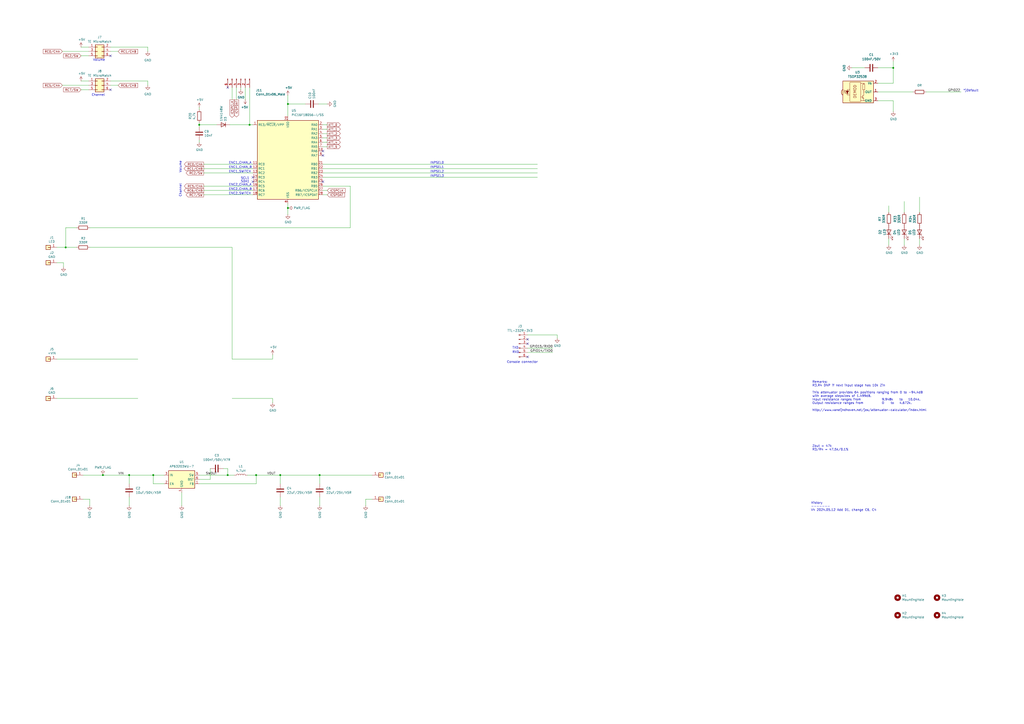
<source format=kicad_sch>
(kicad_sch (version 20231120) (generator "eeschema") (generator_version "8.0")
  (paper "A2")
  (title_block (title "Audio Input Selector with Attenuator V4 10k/47k") (date "2024-12-26") (rev "5") (comment 1 "https://github.com/schenkmi/electronic-projects"))
  (lib_symbols
    (symbol "Connector:Conn_01x06_Male" (pin_names (offset 1.016) hide)
      (property "Reference" "J" (at 0 7.62 0))
      (property "Value" "Conn_01x06_Male" (at 0 -10.16 0))
      (symbol "Conn_01x06_Male_1_1"
        (polyline (pts (xy 1.27 -7.62) (xy 0.8636 -7.62)) (stroke (width 0.1524)))
        (polyline (pts (xy 1.27 -5.08) (xy 0.8636 -5.08)) (stroke (width 0.1524)))
        (polyline (pts (xy 1.27 -2.54) (xy 0.8636 -2.54)) (stroke (width 0.1524)))
        (polyline (pts (xy 1.27 0) (xy 0.8636 0)) (stroke (width 0.1524)))
        (polyline (pts (xy 1.27 2.54) (xy 0.8636 2.54)) (stroke (width 0.1524)))
        (polyline (pts (xy 1.27 5.08) (xy 0.8636 5.08)) (stroke (width 0.1524)))
        (rectangle (start 0.8636 -7.493) (end 0 -7.747) (stroke (width 0.1524)) (fill (type outline)))
        (rectangle (start 0.8636 -4.953) (end 0 -5.207) (stroke (width 0.1524)) (fill (type outline)))
        (rectangle (start 0.8636 -2.413) (end 0 -2.667) (stroke (width 0.1524)) (fill (type outline)))
        (rectangle (start 0.8636 0.127) (end 0 -0.127) (stroke (width 0.1524)) (fill (type outline)))
        (rectangle (start 0.8636 2.667) (end 0 2.413) (stroke (width 0.1524)) (fill (type outline)))
        (rectangle (start 0.8636 5.207) (end 0 4.953) (stroke (width 0.1524)) (fill (type outline)))
        (pin passive line (at 5.08 5.08 180) (length 3.81) (name "Pin_1") (number "1"))
        (pin passive line (at 5.08 2.54 180) (length 3.81) (name "Pin_2") (number "2"))
        (pin passive line (at 5.08 0 180) (length 3.81) (name "Pin_3") (number "3"))
        (pin passive line (at 5.08 -2.54 180) (length 3.81) (name "Pin_4") (number "4"))
        (pin passive line (at 5.08 -5.08 180) (length 3.81) (name "Pin_5") (number "5"))
        (pin passive line (at 5.08 -7.62 180) (length 3.81) (name "Pin_6") (number "6"))
      )
    )
    (symbol "Connector:Conn_01x06_Pin" (pin_names (offset 1.016) hide)
      (property "Reference" "J" (at 0 7.62 0))
      (property "Value" "Conn_01x06_Pin" (at 0 -10.16 0))
      (symbol "Conn_01x06_Pin_1_1"
        (polyline (pts (xy 1.27 -7.62) (xy 0.8636 -7.62)) (stroke (width 0.1524)))
        (polyline (pts (xy 1.27 -5.08) (xy 0.8636 -5.08)) (stroke (width 0.1524)))
        (polyline (pts (xy 1.27 -2.54) (xy 0.8636 -2.54)) (stroke (width 0.1524)))
        (polyline (pts (xy 1.27 0) (xy 0.8636 0)) (stroke (width 0.1524)))
        (polyline (pts (xy 1.27 2.54) (xy 0.8636 2.54)) (stroke (width 0.1524)))
        (polyline (pts (xy 1.27 5.08) (xy 0.8636 5.08)) (stroke (width 0.1524)))
        (rectangle (start 0.8636 -7.493) (end 0 -7.747) (stroke (width 0.1524)) (fill (type outline)))
        (rectangle (start 0.8636 -4.953) (end 0 -5.207) (stroke (width 0.1524)) (fill (type outline)))
        (rectangle (start 0.8636 -2.413) (end 0 -2.667) (stroke (width 0.1524)) (fill (type outline)))
        (rectangle (start 0.8636 0.127) (end 0 -0.127) (stroke (width 0.1524)) (fill (type outline)))
        (rectangle (start 0.8636 2.667) (end 0 2.413) (stroke (width 0.1524)) (fill (type outline)))
        (rectangle (start 0.8636 5.207) (end 0 4.953) (stroke (width 0.1524)) (fill (type outline)))
        (pin passive line (at 5.08 5.08 180) (length 3.81) (name "Pin_1") (number "1"))
        (pin passive line (at 5.08 2.54 180) (length 3.81) (name "Pin_2") (number "2"))
        (pin passive line (at 5.08 0 180) (length 3.81) (name "Pin_3") (number "3"))
        (pin passive line (at 5.08 -2.54 180) (length 3.81) (name "Pin_4") (number "4"))
        (pin passive line (at 5.08 -5.08 180) (length 3.81) (name "Pin_5") (number "5"))
        (pin passive line (at 5.08 -7.62 180) (length 3.81) (name "Pin_6") (number "6"))
      )
    )
    (symbol "Connector_Generic:Conn_01x01" (pin_names (offset 1.016) hide)
      (property "Reference" "J" (at 0 2.54 0))
      (property "Value" "Conn_01x01" (at 0 -2.54 0))
      (symbol "Conn_01x01_1_1"
        (rectangle (start -1.27 0.127) (end 0 -0.127) (stroke (width 0.1524)))
        (rectangle (start -1.27 1.27) (end 1.27 -1.27) (stroke (width 0.254)) (fill (type background)))
        (pin passive line (at -5.08 0 0) (length 3.81) (name "Pin_1") (number "1"))
      )
    )
    (symbol "Connector_Generic:Conn_02x03_Odd_Even" (pin_names (offset 1.016) hide)
      (property "Reference" "J" (at 1.27 5.08 0))
      (property "Value" "Conn_02x03_Odd_Even" (at 1.27 -5.08 0))
      (symbol "Conn_02x03_Odd_Even_1_1"
        (rectangle (start -1.27 -2.413) (end 0 -2.667) (stroke (width 0.1524)))
        (rectangle (start -1.27 0.127) (end 0 -0.127) (stroke (width 0.1524)))
        (rectangle (start -1.27 2.667) (end 0 2.413) (stroke (width 0.1524)))
        (rectangle (start -1.27 3.81) (end 3.81 -3.81) (stroke (width 0.254)) (fill (type background)))
        (rectangle (start 3.81 -2.413) (end 2.54 -2.667) (stroke (width 0.1524)))
        (rectangle (start 3.81 0.127) (end 2.54 -0.127) (stroke (width 0.1524)))
        (rectangle (start 3.81 2.667) (end 2.54 2.413) (stroke (width 0.1524)))
        (pin passive line (at -5.08 2.54 0) (length 3.81) (name "Pin_1") (number "1"))
        (pin passive line (at 7.62 2.54 180) (length 3.81) (name "Pin_2") (number "2"))
        (pin passive line (at -5.08 0 0) (length 3.81) (name "Pin_3") (number "3"))
        (pin passive line (at 7.62 0 180) (length 3.81) (name "Pin_4") (number "4"))
        (pin passive line (at -5.08 -2.54 0) (length 3.81) (name "Pin_5") (number "5"))
        (pin passive line (at 7.62 -2.54 180) (length 3.81) (name "Pin_6") (number "6"))
      )
    )
    (symbol "Device:C" (pin_numbers hide) (pin_names (offset 0.254))
      (property "Reference" "C" (at 0.635 2.54 0))
      (property "Value" "C" (at 0.635 -2.54 0))
      (symbol "C_0_1"
        (polyline (pts (xy -2.032 -0.762) (xy 2.032 -0.762)) (stroke (width 0.508)))
        (polyline (pts (xy -2.032 0.762) (xy 2.032 0.762)) (stroke (width 0.508)))
      )
      (symbol "C_1_1"
        (pin passive line (at 0 3.81 270) (length 2.794) (name "~") (number "1"))
        (pin passive line (at 0 -3.81 90) (length 2.794) (name "~") (number "2"))
      )
    )
    (symbol "Device:L" (pin_numbers hide) (pin_names (offset 1.016) hide)
      (property "Reference" "L" (at -1.27 0 90))
      (property "Value" "L" (at 1.905 0 90))
      (symbol "L_0_1"
        (arc (start 0 -2.54) (mid 0.6323 -1.905) (end 0 -1.27))
        (arc (start 0 -1.27) (mid 0.6323 -0.635) (end 0 0))
        (arc (start 0 0) (mid 0.6323 0.635) (end 0 1.27))
        (arc (start 0 1.27) (mid 0.6323 1.905) (end 0 2.54))
      )
      (symbol "L_1_1"
        (pin passive line (at 0 3.81 270) (length 1.27) (name "1") (number "1"))
        (pin passive line (at 0 -3.81 90) (length 1.27) (name "2") (number "2"))
      )
    )
    (symbol "Device:LED" (pin_numbers hide) (pin_names (offset 1.016) hide)
      (property "Reference" "D" (at 0 2.54 0))
      (property "Value" "LED" (at 0 -2.54 0))
      (symbol "LED_0_1"
        (polyline (pts (xy -1.27 -1.27) (xy -1.27 1.27)) (stroke (width 0.254)))
        (polyline (pts (xy -1.27 0) (xy 1.27 0)))
        (polyline (pts (xy 1.27 -1.27) (xy 1.27 1.27) (xy -1.27 0) (xy 1.27 -1.27)) (stroke (width 0.254)))
        (polyline (pts (xy -3.048 -0.762) (xy -4.572 -2.286) (xy -3.81 -2.286) (xy -4.572 -2.286) (xy -4.572 -1.524)))
        (polyline (pts (xy -1.778 -0.762) (xy -3.302 -2.286) (xy -2.54 -2.286) (xy -3.302 -2.286) (xy -3.302 -1.524)))
      )
      (symbol "LED_1_1"
        (pin passive line (at -3.81 0 0) (length 2.54) (name "K") (number "1"))
        (pin passive line (at 3.81 0 180) (length 2.54) (name "A") (number "2"))
      )
    )
    (symbol "Device:R" (pin_numbers hide) (pin_names (offset 0))
      (property "Reference" "R" (at 2.032 0 90))
      (property "Value" "R" (at 0 0 90))
      (symbol "R_0_1"
        (rectangle (start -1.016 -2.54) (end 1.016 2.54) (stroke (width 0.254)))
      )
      (symbol "R_1_1"
        (pin passive line (at 0 3.81 270) (length 1.27) (name "~") (number "1"))
        (pin passive line (at 0 -3.81 90) (length 1.27) (name "~") (number "2"))
      )
    )
    (symbol "Diode:1N4148W" (pin_numbers hide) (pin_names hide)
      (property "Reference" "D" (at 0 2.54 0))
      (property "Value" "1N4148W" (at 0 -2.54 0))
      (symbol "1N4148W_0_1"
        (polyline (pts (xy -1.27 1.27) (xy -1.27 -1.27)) (stroke (width 0.254)))
        (polyline (pts (xy 1.27 0) (xy -1.27 0)))
        (polyline (pts (xy 1.27 1.27) (xy 1.27 -1.27) (xy -1.27 0) (xy 1.27 1.27)) (stroke (width 0.254)))
      )
      (symbol "1N4148W_1_1"
        (pin passive line (at -3.81 0 0) (length 2.54) (name "K") (number "1"))
        (pin passive line (at 3.81 0 180) (length 2.54) (name "A") (number "2"))
      )
    )
    (symbol "Interface_Optical:TSOP325xx" (pin_names (offset 1.016))
      (property "Reference" "U" (at -10.16 7.62 0))
      (property "Value" "TSOP325xx" (at -10.16 -7.62 0))
      (symbol "TSOP325xx_0_0"
        (arc (start -10.287 1.397) (mid -11.0899 -0.1852) (end -10.287 -1.778) (stroke (width 0.254)) (fill (type background)))
        (polyline (pts (xy 1.905 -5.08) (xy 0.127 -5.08)))
        (polyline (pts (xy 1.905 5.08) (xy 0.127 5.08)))
        (text "DEMOD" (at -3.175 0.254 900) (effects (font (size 1.524 1.524))))
      )
      (symbol "TSOP325xx_0_1"
        (rectangle (start -6.096 5.588) (end 0.127 -5.588))
        (polyline (pts (xy -8.763 0.381) (xy -9.652 1.27)))
        (polyline (pts (xy -8.763 0.381) (xy -9.271 0.381)))
        (polyline (pts (xy -8.763 0.381) (xy -8.763 0.889)))
        (polyline (pts (xy -8.636 -0.635) (xy -9.525 0.254)))
        (polyline (pts (xy -8.636 -0.635) (xy -9.144 -0.635)))
        (polyline (pts (xy -8.636 -0.635) (xy -8.636 -0.127)))
        (polyline (pts (xy -8.382 -1.016) (xy -6.731 -1.016)))
        (polyline (pts (xy 1.27 -2.921) (xy 0.127 -2.921)))
        (polyline (pts (xy 1.27 -1.905) (xy 1.27 -3.81)))
        (polyline (pts (xy 1.397 -3.556) (xy 1.524 -3.556)))
        (polyline (pts (xy 1.651 -3.556) (xy 1.524 -3.556)))
        (polyline (pts (xy 1.651 -3.556) (xy 1.651 -3.302)))
        (polyline (pts (xy 1.905 0) (xy 1.905 1.27)))
        (polyline (pts (xy 1.905 4.445) (xy 1.905 5.08) (xy 2.54 5.08)))
        (polyline (pts (xy -8.382 0.635) (xy -6.731 0.635) (xy -7.62 -1.016) (xy -8.382 0.635)) (fill (type outline)))
        (polyline (pts (xy -6.096 1.397) (xy -7.62 1.397) (xy -7.62 -1.778) (xy -6.096 -1.778)))
        (polyline (pts (xy 1.27 -3.175) (xy 1.905 -3.81) (xy 1.905 -5.08) (xy 2.54 -5.08)))
        (polyline (pts (xy 1.27 -2.54) (xy 1.905 -1.905) (xy 1.905 0) (xy 2.54 0)))
        (rectangle (start 2.54 1.27) (end 1.27 4.445))
        (rectangle (start 7.62 6.35) (end -10.16 -6.35) (stroke (width 0.254)) (fill (type background)))
      )
      (symbol "TSOP325xx_1_1"
        (pin output line (at 10.16 0 180) (length 2.54) (name "OUT") (number "1"))
        (pin power_in line (at 10.16 5.08 180) (length 2.54) (name "Vs") (number "2"))
        (pin power_in line (at 10.16 -5.08 180) (length 2.54) (name "GND") (number "3"))
      )
    )
    (symbol "Mechanical:MountingHole" (pin_names (offset 1.016)) (exclude_from_sim yes) (in_bom no)
      (property "Reference" "H" (at 0 5.08 0))
      (property "Value" "MountingHole" (at 0 3.175 0))
      (symbol "MountingHole_0_1"
        (circle (center 0 0) (radius 1.27) (stroke (width 1.27)))
      )
    )
    (symbol "Regulator_Switching:AP63205WU"
      (property "Reference" "U" (at -7.62 6.35 0))
      (property "Value" "AP63205WU" (at 2.54 6.35 0))
      (symbol "AP63205WU_0_1"
        (rectangle (start -7.62 5.08) (end 7.62 -5.08) (stroke (width 0.254)) (fill (type background)))
      )
      (symbol "AP63205WU_1_1"
        (pin input line (at 10.16 -2.54 180) (length 2.54) (name "FB") (number "1"))
        (pin input line (at -10.16 -2.54 0) (length 2.54) (name "EN") (number "2"))
        (pin power_in line (at -10.16 2.54 0) (length 2.54) (name "IN") (number "3"))
        (pin power_in line (at 0 -7.62 90) (length 2.54) (name "GND") (number "4"))
        (pin output line (at 10.16 2.54 180) (length 2.54) (name "SW") (number "5"))
        (pin passive line (at 10.16 0 180) (length 2.54) (name "BST") (number "6"))
      )
    )
    (symbol "kicad-snk:PIC16F18056-I/SS"
      (property "Reference" "U" (at 2.54 27.94 0))
      (property "Value" "PIC16F18056-I{slash}SS" (at 10.16 25.4 0))
      (symbol "PIC16F18056-I/SS_0_0"
        (pin passive line (at 0 -25.4 90) (length 2.54) hide (name "VSS") (number "19"))
      )
      (symbol "PIC16F18056-I/SS_0_1"
        (rectangle (start -17.78 22.86) (end 17.78 -22.86) (stroke (width 0.254)) (fill (type background)))
      )
      (symbol "PIC16F18056-I/SS_1_1"
        (pin input line (at -20.32 20.32 0) (length 2.54) (name "RE3/~{MCLR}/VPP") (number "1"))
        (pin bidirectional line (at 20.32 5.08 180) (length 2.54) (name "RA6") (number "10"))
        (pin bidirectional line (at -20.32 -2.54 0) (length 2.54) (name "RC0") (number "11"))
        (pin bidirectional line (at -20.32 -5.08 0) (length 2.54) (name "RC1") (number "12"))
        (pin bidirectional line (at -20.32 -7.62 0) (length 2.54) (name "RC2") (number "13"))
        (pin bidirectional line (at -20.32 -10.16 0) (length 2.54) (name "RC3") (number "14"))
        (pin bidirectional line (at -20.32 -12.7 0) (length 2.54) (name "RC4") (number "15"))
        (pin bidirectional line (at -20.32 -15.24 0) (length 2.54) (name "RC5") (number "16"))
        (pin bidirectional line (at -20.32 -17.78 0) (length 2.54) (name "RC6") (number "17"))
        (pin bidirectional line (at -20.32 -20.32 0) (length 2.54) (name "RC7") (number "18"))
        (pin bidirectional line (at 20.32 20.32 180) (length 2.54) (name "RA0") (number "2"))
        (pin power_in line (at 0 25.4 270) (length 2.54) (name "VDD") (number "20"))
        (pin bidirectional line (at 20.32 -2.54 180) (length 2.54) (name "RB0") (number "21"))
        (pin bidirectional line (at 20.32 -5.08 180) (length 2.54) (name "RB1") (number "22"))
        (pin bidirectional line (at 20.32 -7.62 180) (length 2.54) (name "RB2") (number "23"))
        (pin bidirectional line (at 20.32 -10.16 180) (length 2.54) (name "RB3") (number "24"))
        (pin bidirectional line (at 20.32 -12.7 180) (length 2.54) (name "RB4") (number "25"))
        (pin bidirectional line (at 20.32 -15.24 180) (length 2.54) (name "RB5") (number "26"))
        (pin bidirectional line (at 20.32 -17.78 180) (length 2.54) (name "RB6/ICSPCLK") (number "27"))
        (pin bidirectional line (at 20.32 -20.32 180) (length 2.54) (name "RB7/ICSPDAT") (number "28"))
        (pin bidirectional line (at 20.32 17.78 180) (length 2.54) (name "RA1") (number "3"))
        (pin bidirectional line (at 20.32 15.24 180) (length 2.54) (name "RA2") (number "4"))
        (pin bidirectional line (at 20.32 12.7 180) (length 2.54) (name "RA3") (number "5"))
        (pin bidirectional line (at 20.32 10.16 180) (length 2.54) (name "RA4") (number "6"))
        (pin bidirectional line (at 20.32 7.62 180) (length 2.54) (name "RA5") (number "7"))
        (pin power_in line (at 0 -25.4 90) (length 2.54) (name "VSS") (number "8"))
        (pin bidirectional line (at 20.32 2.54 180) (length 2.54) (name "RA7") (number "9"))
      )
    )
    (symbol "power:+3.3V" (power) (pin_names (offset 0))
      (property "Value" "+3.3V" (at 0 3.556 0))
      (symbol "+3.3V_0_1"
        (polyline (pts (xy -0.762 1.27) (xy 0 2.54)))
        (polyline (pts (xy 0 0) (xy 0 2.54)))
        (polyline (pts (xy 0 2.54) (xy 0.762 1.27)))
      )
      (symbol "+3.3V_1_1"
        (pin power_in line (at 0 0 90) (length 0) hide (name "+3V3") (number "1"))
      )
    )
    (symbol "power:+5V" (power) (pin_numbers hide) (pin_names (offset 0) hide)
      (property "Value" "+5V" (at 0 3.556 0))
      (symbol "+5V_0_1"
        (polyline (pts (xy -0.762 1.27) (xy 0 2.54)))
        (polyline (pts (xy 0 0) (xy 0 2.54)))
        (polyline (pts (xy 0 2.54) (xy 0.762 1.27)))
      )
      (symbol "+5V_1_1"
        (pin power_in line (at 0 0 90) (length 0) (name "~") (number "1"))
      )
    )
    (symbol "power:GND" (power) (pin_numbers hide) (pin_names (offset 0) hide)
      (property "Value" "GND" (at 0 -3.81 0))
      (symbol "GND_0_1"
        (polyline (pts (xy 0 0) (xy 0 -1.27) (xy 1.27 -1.27) (xy 0 -2.54) (xy -1.27 -1.27) (xy 0 -1.27)))
      )
      (symbol "GND_1_1"
        (pin power_in line (at 0 0 270) (length 0) (name "~") (number "1"))
      )
    )
    (symbol "power:PWR_FLAG" (power) (pin_numbers hide) (pin_names (offset 0) hide)
      (property "Value" "PWR_FLAG" (at 0 3.81 0))
      (symbol "PWR_FLAG_0_0"
        (pin power_out line (at 0 0 90) (length 0) (name "~") (number "1"))
      )
      (symbol "PWR_FLAG_0_1"
        (polyline (pts (xy 0 0) (xy 0 1.27) (xy -1.016 1.905) (xy 0 2.54) (xy 1.016 1.905) (xy 0 1.27)))
      )
    )
  )
  (junction (at 167.005 60.325))
  (junction (at 185.42 275.59))
  (junction (at 144.78 72.39))
  (junction (at 518.16 39.37))
  (junction (at 148.59 275.59))
  (junction (at 59.69 275.59))
  (junction (at 162.56 275.59))
  (junction (at 167.005 120.65))
  (junction (at 38.1 143.51))
  (junction (at 115.57 72.39))
  (junction (at 88.9 275.59))
  (junction (at 74.93 275.59))
  (junction (at 132.08 275.59))
  (no_connect (at 187.325 87.63))
  (no_connect (at 187.325 90.17))
  (no_connect (at 64.135 32.385))
  (no_connect (at 64.135 52.07))
  (no_connect (at 306.07 199.39))
  (no_connect (at 306.07 207.01))
  (no_connect (at 187.325 105.41))
  (no_connect (at 306.07 196.85))
  (no_connect (at 146.685 105.41))
  (no_connect (at 146.685 102.87))
  (no_connect (at 132.08 50.8))
  (wire (pts (xy 187.325 102.87) (xy 311.785 102.87)))
  (wire (pts (xy 306.07 201.93) (xy 320.675 201.93)))
  (wire (pts (xy 533.4 114.3) (xy 533.4 123.19)))
  (wire (pts (xy 177.165 60.325) (xy 167.005 60.325)))
  (wire (pts (xy 518.16 39.37) (xy 518.16 48.26)))
  (wire (pts (xy 494.03 39.37) (xy 501.65 39.37)))
  (wire (pts (xy 85.725 27.305) (xy 85.725 29.845)))
  (wire (pts (xy 38.1 132.08) (xy 38.1 143.51)))
  (wire (pts (xy 148.59 280.67) (xy 148.59 275.59)))
  (wire (pts (xy 518.16 58.42) (xy 509.27 58.42)))
  (wire (pts (xy 203.2 107.95) (xy 203.2 132.08)))
  (wire (pts (xy 95.25 280.67) (xy 88.9 280.67)))
  (wire (pts (xy 88.9 280.67) (xy 88.9 275.59)))
  (wire (pts (xy 148.59 275.59) (xy 162.56 275.59)))
  (wire (pts (xy 212.09 293.37) (xy 212.09 289.56)))
  (wire (pts (xy 133.35 72.39) (xy 144.78 72.39)))
  (wire (pts (xy 118.11 110.49) (xy 146.685 110.49)))
  (wire (pts (xy 185.42 288.29) (xy 185.42 293.37)))
  (wire (pts (xy 509.27 48.26) (xy 518.16 48.26)))
  (wire (pts (xy 162.56 275.59) (xy 162.56 280.67)))
  (wire (pts (xy 134.62 143.51) (xy 134.62 208.28)))
  (wire (pts (xy 187.325 95.25) (xy 311.785 95.25)))
  (wire (pts (xy 105.41 285.75) (xy 105.41 293.37)))
  (wire (pts (xy 185.42 280.67) (xy 185.42 275.59)))
  (wire (pts (xy 137.16 50.8) (xy 137.16 57.785)))
  (wire (pts (xy 537.21 53.34) (xy 557.53 53.34)))
  (wire (pts (xy 323.215 194.31) (xy 306.07 194.31)))
  (wire (pts (xy 38.1 143.51) (xy 44.45 143.51)))
  (wire (pts (xy 518.16 35.56) (xy 518.16 39.37)))
  (wire (pts (xy 46.99 32.385) (xy 51.435 32.385)))
  (wire (pts (xy 134.62 208.28) (xy 158.115 208.28)))
  (wire (pts (xy 215.9 289.56) (xy 212.09 289.56)))
  (wire (pts (xy 132.08 275.59) (xy 135.89 275.59)))
  (wire (pts (xy 515.62 123.19) (xy 515.62 119.38)))
  (wire (pts (xy 115.57 275.59) (xy 132.08 275.59)))
  (wire (pts (xy 144.78 50.8) (xy 144.78 72.39)))
  (wire (pts (xy 187.325 82.55) (xy 189.865 82.55)))
  (wire (pts (xy 509.27 39.37) (xy 518.16 39.37)))
  (wire (pts (xy 524.51 116.84) (xy 524.51 123.19)))
  (wire (pts (xy 64.135 49.53) (xy 68.58 49.53)))
  (wire (pts (xy 52.07 293.37) (xy 52.07 289.56)))
  (wire (pts (xy 533.4 138.43) (xy 533.4 142.24)))
  (wire (pts (xy 142.24 50.8) (xy 142.24 57.785)))
  (wire (pts (xy 118.11 100.33) (xy 146.685 100.33)))
  (wire (pts (xy 187.325 85.09) (xy 189.865 85.09)))
  (wire (pts (xy 48.26 289.56) (xy 52.07 289.56)))
  (wire (pts (xy 162.56 275.59) (xy 185.42 275.59)))
  (wire (pts (xy 167.005 55.245) (xy 167.005 60.325)))
  (wire (pts (xy 187.325 80.01) (xy 189.865 80.01)))
  (wire (pts (xy 33.02 143.51) (xy 38.1 143.51)))
  (wire (pts (xy 115.57 72.39) (xy 115.57 71.12)))
  (wire (pts (xy 167.005 124.46) (xy 167.005 120.65)))
  (wire (pts (xy 524.51 138.43) (xy 524.51 142.24)))
  (wire (pts (xy 187.325 72.39) (xy 189.865 72.39)))
  (wire (pts (xy 162.56 288.29) (xy 162.56 293.37)))
  (wire (pts (xy 36.83 154.94) (xy 36.83 152.4)))
  (wire (pts (xy 74.93 288.29) (xy 74.93 293.37)))
  (wire (pts (xy 144.78 72.39) (xy 146.685 72.39)))
  (wire (pts (xy 64.135 46.99) (xy 85.725 46.99)))
  (wire (pts (xy 115.57 280.67) (xy 148.59 280.67)))
  (wire (pts (xy 158.115 233.68) (xy 158.115 231.14)))
  (wire (pts (xy 187.325 100.33) (xy 311.785 100.33)))
  (wire (pts (xy 134.62 231.14) (xy 158.115 231.14)))
  (wire (pts (xy 115.57 278.13) (xy 121.92 278.13)))
  (wire (pts (xy 52.07 143.51) (xy 134.62 143.51)))
  (wire (pts (xy 121.92 278.13) (xy 121.92 271.78)))
  (wire (pts (xy 187.325 97.79) (xy 311.785 97.79)))
  (wire (pts (xy 187.325 113.03) (xy 189.865 113.03)))
  (wire (pts (xy 518.16 64.77) (xy 518.16 58.42)))
  (wire (pts (xy 167.005 120.65) (xy 167.005 118.11)))
  (wire (pts (xy 129.54 271.78) (xy 132.08 271.78)))
  (wire (pts (xy 184.785 60.325) (xy 189.865 60.325)))
  (wire (pts (xy 46.99 46.99) (xy 51.435 46.99)))
  (wire (pts (xy 187.325 107.95) (xy 203.2 107.95)))
  (wire (pts (xy 148.59 275.59) (xy 143.51 275.59)))
  (wire (pts (xy 125.73 72.39) (xy 115.57 72.39)))
  (wire (pts (xy 118.11 95.25) (xy 146.685 95.25)))
  (wire (pts (xy 115.57 73.66) (xy 115.57 72.39)))
  (wire (pts (xy 118.11 97.79) (xy 146.685 97.79)))
  (wire (pts (xy 185.42 275.59) (xy 215.9 275.59)))
  (wire (pts (xy 187.325 110.49) (xy 189.865 110.49)))
  (wire (pts (xy 64.135 27.305) (xy 85.725 27.305)))
  (wire (pts (xy 187.325 74.93) (xy 189.865 74.93)))
  (wire (pts (xy 115.57 82.55) (xy 115.57 81.28)))
  (wire (pts (xy 158.115 205.74) (xy 158.115 208.28)))
  (wire (pts (xy 323.215 196.215) (xy 323.215 194.31)))
  (wire (pts (xy 515.62 138.43) (xy 515.62 142.24)))
  (wire (pts (xy 33.02 231.14) (xy 80.01 231.14)))
  (wire (pts (xy 74.93 275.59) (xy 74.93 280.67)))
  (wire (pts (xy 88.9 275.59) (xy 95.25 275.59)))
  (wire (pts (xy 74.93 275.59) (xy 88.9 275.59)))
  (wire (pts (xy 118.11 113.03) (xy 146.685 113.03)))
  (wire (pts (xy 59.69 275.59) (xy 74.93 275.59)))
  (wire (pts (xy 48.26 275.59) (xy 59.69 275.59)))
  (wire (pts (xy 36.195 49.53) (xy 51.435 49.53)))
  (wire (pts (xy 52.07 132.08) (xy 203.2 132.08)))
  (wire (pts (xy 306.07 204.47) (xy 320.675 204.47)))
  (wire (pts (xy 36.195 29.845) (xy 51.435 29.845)))
  (wire (pts (xy 36.83 152.4) (xy 33.02 152.4)))
  (wire (pts (xy 118.11 107.95) (xy 146.685 107.95)))
  (wire (pts (xy 167.005 60.325) (xy 167.005 67.31)))
  (wire (pts (xy 85.725 46.99) (xy 85.725 49.53)))
  (wire (pts (xy 44.45 132.08) (xy 38.1 132.08)))
  (wire (pts (xy 132.08 271.78) (xy 132.08 275.59)))
  (wire (pts (xy 187.325 77.47) (xy 189.865 77.47)))
  (wire (pts (xy 115.57 63.5) (xy 115.57 62.23)))
  (wire (pts (xy 33.02 208.28) (xy 80.01 208.28)))
  (wire (pts (xy 64.135 29.845) (xy 68.58 29.845)))
  (wire (pts (xy 46.99 52.07) (xy 51.435 52.07)))
  (wire (pts (xy 46.99 27.305) (xy 51.435 27.305)))
  (wire (pts (xy 134.62 50.8) (xy 134.62 57.785)))
  (wire (pts (xy 509.27 53.34) (xy 529.59 53.34)))
  (wire (pts (xy 139.7 50.8) (xy 139.7 52.07)))
  (text "TXD" (at 297.18 202.565 0) (effects (font (size 1.27 1.27)) (justify left bottom)))
  (text "INPSEL3" (at 249.555 102.87 0) (effects (font (size 1.27 1.27)) (justify left bottom)))
  (text "SCL1" (at 139.7 104.14 0) (effects (font (size 1.27 1.27)) (justify left bottom)))
  (text "History\n-------\nV4 2024.05.12 Add D1, change C6, C4" (at 470.408 293.878 0) (effects (font (size 1.27 1.27)) (justify left)))
  (text "ENC2_CHAN_A" (at 132.715 107.95 0) (effects (font (size 1.27 1.27)) (justify left bottom)))
  (text "Channel" (at 105.41 114.3 90) (effects (font (size 1.27 1.27)) (justify left bottom)))
  (text "ENC2_SWITCH" (at 132.715 113.03 0) (effects (font (size 1.27 1.27)) (justify left bottom)))
  (text "ENC1_SWITCH" (at 132.715 100.33 0) (effects (font (size 1.27 1.27)) (justify left bottom)))
  (text "SDA1" (at 139.7 106.045 0) (effects (font (size 1.27 1.27)) (justify left bottom)))
  (text "INPSEL0" (at 249.555 95.25 0) (effects (font (size 1.27 1.27)) (justify left bottom)))
  (text "ENC1_CHAN_A" (at 132.715 95.25 0) (effects (font (size 1.27 1.27)) (justify left bottom)))
  (text "*)Default" (at 558.8 53.34 0) (effects (font (size 1.27 1.27)) (justify left bottom)))
  (text "Remarks:\nR3,R4 DNP if next input stage has 10k Zin\n\nThis attenuator provides 64 positions ranging from 0 to -94.4dB\nwith average stepsizes of 1.499dB.\nInput resistance ranges from	9.948k	to	10.04k.\nOutput resistance ranges from	0	to	4.672k.\n\nhttp://www.vaneijndhoven.net/jos/attenuator-calculator/index.html\n" (at 471.17 238.76 0) (effects (font (size 1.27 1.27)) (justify left bottom)))
  (text "Console connector" (at 294.005 210.82 0) (effects (font (size 1.27 1.27)) (justify left bottom)))
  (text "Channel" (at 60.96 55.88 0) (effects (font (size 1.27 1.27)) (justify right bottom)))
  (text "ENC1_CHAN_B" (at 132.715 97.79 0) (effects (font (size 1.27 1.27)) (justify left bottom)))
  (text "Volume" (at 60.96 35.56 0) (effects (font (size 1.27 1.27)) (justify right bottom)))
  (text "ENC2_CHAN_B" (at 132.715 110.49 0) (effects (font (size 1.27 1.27)) (justify left bottom)))
  (text "INPSEL1" (at 249.555 97.79 0) (effects (font (size 1.27 1.27)) (justify left bottom)))
  (text "RXD" (at 297.18 205.105 0) (effects (font (size 1.27 1.27)) (justify left bottom)))
  (text "Volume" (at 105.41 100.33 90) (effects (font (size 1.27 1.27)) (justify left bottom)))
  (text "INPSEL2" (at 249.555 100.33 0) (effects (font (size 1.27 1.27)) (justify left bottom)))
  (text "Zout = 47k\nR3/R4 = 47.5k/0.1%" (at 471.17 261.62 0) (effects (font (size 1.27 1.27)) (justify left bottom)))
  (label "VIN" (at 68.58 275.59 0))
  (label "VOUT" (at 154.94 275.59 0))
  (label "GPIO15{slash}RXD0" (at 320.675 201.93 180))
  (label "GPIO22" (at 549.91 53.34 0))
  (label "SWOUT" (at 119.38 275.59 0))
  (label "GPIO14{slash}TXD0" (at 320.675 204.47 180))
  (global_label "ICSPDAT" (shape output) (at 137.16 57.785 270) (property "Intersheetrefs" "${INTERSHEET_REFS}" (effects (hide yes))))
  (global_label "RC0{slash}CHA" (shape input) (at 36.195 29.845 180) (property "Intersheetrefs" "${INTERSHEET_REFS}" (effects (hide yes))))
  (global_label "RC2{slash}SW" (shape output) (at 118.11 100.33 180) (property "Intersheetrefs" "${INTERSHEET_REFS}" (effects (hide yes))))
  (global_label "ATT_0" (shape output) (at 189.865 72.39 0) (property "Intersheetrefs" "${INTERSHEET_REFS}" (effects (hide yes))))
  (global_label "RC7{slash}SW" (shape input) (at 46.99 52.07 180) (property "Intersheetrefs" "${INTERSHEET_REFS}" (effects (hide yes))))
  (global_label "ATT_3" (shape output) (at 189.865 80.01 0) (property "Intersheetrefs" "${INTERSHEET_REFS}" (effects (hide yes))))
  (global_label "RC6{slash}CHB" (shape input) (at 68.58 49.53 0) (property "Intersheetrefs" "${INTERSHEET_REFS}" (effects (hide yes))))
  (global_label "RC7{slash}SW" (shape output) (at 118.11 113.03 180) (property "Intersheetrefs" "${INTERSHEET_REFS}" (effects (hide yes))))
  (global_label "RC6{slash}CHB" (shape output) (at 118.11 110.49 180) (property "Intersheetrefs" "${INTERSHEET_REFS}" (effects (hide yes))))
  (global_label "RC5{slash}CHA" (shape input) (at 36.195 49.53 180) (property "Intersheetrefs" "${INTERSHEET_REFS}" (effects (hide yes))))
  (global_label "ATT_5" (shape output) (at 189.865 85.09 0) (property "Intersheetrefs" "${INTERSHEET_REFS}" (effects (hide yes))))
  (global_label "RC0{slash}CHA" (shape output) (at 118.11 95.25 180) (property "Intersheetrefs" "${INTERSHEET_REFS}" (effects (hide yes))))
  (global_label "ICSPDAT" (shape input) (at 189.865 113.03 0) (property "Intersheetrefs" "${INTERSHEET_REFS}" (effects (hide yes))))
  (global_label "ICSPCLK" (shape input) (at 189.865 110.49 0) (property "Intersheetrefs" "${INTERSHEET_REFS}" (effects (hide yes))))
  (global_label "ATT_4" (shape output) (at 189.865 82.55 0) (property "Intersheetrefs" "${INTERSHEET_REFS}" (effects (hide yes))))
  (global_label "RC2{slash}SW" (shape input) (at 46.99 32.385 180) (property "Intersheetrefs" "${INTERSHEET_REFS}" (effects (hide yes))))
  (global_label "ATT_1" (shape output) (at 189.865 74.93 0) (property "Intersheetrefs" "${INTERSHEET_REFS}" (effects (hide yes))))
  (global_label "RC1{slash}CHB" (shape input) (at 68.58 29.845 0) (property "Intersheetrefs" "${INTERSHEET_REFS}" (effects (hide yes))))
  (global_label "ATT_2" (shape output) (at 189.865 77.47 0) (property "Intersheetrefs" "${INTERSHEET_REFS}" (effects (hide yes))))
  (global_label "RC5{slash}CHA" (shape output) (at 118.11 107.95 180) (property "Intersheetrefs" "${INTERSHEET_REFS}" (effects (hide yes))))
  (global_label "ICSPCLK" (shape output) (at 134.62 57.785 270) (property "Intersheetrefs" "${INTERSHEET_REFS}" (effects (hide yes))))
  (global_label "RC1{slash}CHB" (shape output) (at 118.11 97.79 180) (property "Intersheetrefs" "${INTERSHEET_REFS}" (effects (hide yes))))
  (symbol (lib_id "Mechanical:MountingHole") (at 520.7 346.71 0) (unit 1)
    (property "Reference" "H1" (at 523.24 345.5416 0) (effects (justify left)))
    (property "Value" "MountingHole" (at 523.24 347.853 0) (effects (justify left)))
    (property "Footprint" "MountingHole:MountingHole_3.2mm_M3_Pad_Via" (effects (hide yes)))
    (property "Description" "Mounting Hole without connection" (effects (hide yes)))
  )
  (symbol (lib_id "Mechanical:MountingHole") (at 543.56 346.71 0) (unit 1)
    (property "Reference" "H3" (at 546.1 345.5416 0) (effects (justify left)))
    (property "Value" "MountingHole" (at 546.1 347.853 0) (effects (justify left)))
    (property "Footprint" "MountingHole:MountingHole_3.2mm_M3" (effects (hide yes)))
    (property "Description" "Mounting Hole without connection" (effects (hide yes)))
  )
  (symbol (lib_id "Mechanical:MountingHole") (at 520.7 356.87 0) (unit 1)
    (property "Reference" "H2" (at 523.24 355.7016 0) (effects (justify left)))
    (property "Value" "MountingHole" (at 523.24 358.013 0) (effects (justify left)))
    (property "Footprint" "MountingHole:MountingHole_3.2mm_M3" (effects (hide yes)))
    (property "Description" "Mounting Hole without connection" (effects (hide yes)))
  )
  (symbol (lib_id "Mechanical:MountingHole") (at 543.56 356.87 0) (unit 1)
    (property "Reference" "H4" (at 546.1 355.7016 0) (effects (justify left)))
    (property "Value" "MountingHole" (at 546.1 358.013 0) (effects (justify left)))
    (property "Footprint" "MountingHole:MountingHole_3.2mm_M3_Pad_Via" (effects (hide yes)))
    (property "Description" "Mounting Hole without connection" (effects (hide yes)))
  )
  (symbol (lib_id "Device:R") (at 48.26 143.51 270) (unit 1)
    (property "Reference" "R2" (at 48.26 138.2522 90))
    (property "Value" "330R" (at 48.26 140.5636 90))
    (property "Footprint" "Resistor_SMD:R_0805_2012Metric_Pad1.20x1.40mm_HandSolder" (effects (hide yes)))
    (property "Description" "Resistor" (effects (hide yes)))
  )
  (symbol (lib_id "Connector_Generic:Conn_01x01") (at 27.94 231.14 180) (unit 1)
    (property "Reference" "J6" (at 30.0228 225.425 0))
    (property "Value" "GND" (at 30.0228 227.7364 0))
    (property "Footprint" "Connector_Pin:Pin_D1.0mm_L10.0mm" (effects (hide yes)))
    (property "Description" "Generic connector, single row, 01x01, script generated (kicad-library-utils/schlib/autogen/connector/)" (effects (hide yes)))
  )
  (symbol (lib_id "Connector_Generic:Conn_01x01") (at 27.94 208.28 180) (unit 1)
    (property "Reference" "J5" (at 30.0228 202.565 0))
    (property "Value" "+VIN" (at 30.0228 204.8764 0))
    (property "Footprint" "Connector_Pin:Pin_D1.0mm_L10.0mm" (effects (hide yes)))
    (property "Description" "Generic connector, single row, 01x01, script generated (kicad-library-utils/schlib/autogen/connector/)" (effects (hide yes)))
  )
  (symbol (lib_id "Device:R") (at 48.26 132.08 270) (unit 1)
    (property "Reference" "R1" (at 48.26 126.8222 90))
    (property "Value" "330R" (at 48.26 129.1336 90))
    (property "Footprint" "Resistor_SMD:R_0805_2012Metric_Pad1.20x1.40mm_HandSolder" (effects (hide yes)))
    (property "Description" "Resistor" (effects (hide yes)))
  )
  (symbol (lib_id "Connector_Generic:Conn_01x01") (at 27.94 152.4 180) (unit 1)
    (property "Reference" "J2" (at 30.0228 146.685 0))
    (property "Value" "GND" (at 30.0228 148.9964 0))
    (property "Footprint" "Connector_Pin:Pin_D1.0mm_L10.0mm" (effects (hide yes)))
    (property "Description" "Generic connector, single row, 01x01, script generated (kicad-library-utils/schlib/autogen/connector/)" (effects (hide yes)))
  )
  (symbol (lib_id "Connector_Generic:Conn_01x01") (at 27.94 143.51 180) (unit 1)
    (property "Reference" "J1" (at 30.0228 137.795 0))
    (property "Value" "LED" (at 30.0228 140.1064 0))
    (property "Footprint" "Connector_Pin:Pin_D1.0mm_L10.0mm" (effects (hide yes)))
    (property "Description" "Generic connector, single row, 01x01, script generated (kicad-library-utils/schlib/autogen/connector/)" (effects (hide yes)))
  )
  (symbol (lib_id "power:+5V") (at 158.115 205.74 0) (unit 1)
    (property "Reference" "#PWR0106" (effects (hide yes)))
    (property "Value" "+5V" (at 158.496 201.3458 0))
    (property "Description" "Power symbol creates a global label with name \"+5V\"" (effects (hide yes)))
  )
  (symbol (lib_id "power:GND") (at 158.115 233.68 0) (unit 1)
    (property "Reference" "#PWR0107" (effects (hide yes)))
    (property "Value" "GND" (at 158.242 238.0742 0))
    (property "Description" "Power symbol creates a global label with name \"GND\" , ground" (effects (hide yes)))
  )
  (symbol (lib_id "power:GND") (at 36.83 154.94 0) (unit 1)
    (property "Reference" "#PWR0109" (effects (hide yes)))
    (property "Value" "GND" (at 36.957 159.3342 0))
    (property "Description" "Power symbol creates a global label with name \"GND\" , ground" (effects (hide yes)))
  )
  (symbol (lib_id "Device:C") (at 505.46 39.37 90) (unit 1)
    (property "Reference" "C1" (at 505.46 31.75 90))
    (property "Value" "100nF/50V" (at 505.46 34.29 90))
    (property "Footprint" "Capacitor_SMD:C_0603_1608Metric_Pad1.08x0.95mm_HandSolder" (effects (hide yes)))
  )
  (symbol (lib_id "Connector_Generic:Conn_01x01") (at 220.98 275.59 0) (unit 1)
    (property "Reference" "J19" (at 223.012 274.5232 0) (effects (justify left)))
    (property "Value" "Conn_01x01" (at 223.012 276.8346 0) (effects (justify left)))
    (property "Footprint" "Connector_Pin:Pin_D1.0mm_L10.0mm" (effects (hide yes)))
  )
  (symbol (lib_id "Device:C") (at 185.42 284.48 0) (unit 1)
    (property "Reference" "C6" (at 189.2276 283.2099 0) (effects (justify left)))
    (property "Value" "22uF/25V/X5R" (at 189.2276 285.7499 0) (effects (justify left)))
    (property "Footprint" "Capacitor_SMD:C_0805_2012Metric_Pad1.18x1.45mm_HandSolder" (effects (hide yes)))
    (property "Description" "Unpolarized capacitor" (effects (hide yes)))
  )
  (symbol (lib_id "power:GND") (at 74.93 293.37 0) (unit 1)
    (property "Reference" "#PWR013" (effects (hide yes)))
    (property "Value" "GND" (at 75.057 296.6212 90) (effects (justify right)))
  )
  (symbol (lib_id "power:PWR_FLAG") (at 59.69 275.59 0) (unit 1)
    (property "Reference" "#FLG01" (effects (hide yes)))
    (property "Value" "PWR_FLAG" (at 59.69 271.1958 0))
  )
  (symbol (lib_id "Connector:Conn_01x06_Male") (at 139.7 45.72 270) (unit 1)
    (property "Reference" "J11" (at 148.4376 52.3748 90) (effects (justify left)))
    (property "Value" "Conn_01x06_Male" (at 148.4376 54.6862 90) (effects (justify left)))
    (property "Footprint" "Connector_PinHeader_2.54mm:PinHeader_1x06_P2.54mm_Vertical" (effects (hide yes)))
  )
  (symbol (lib_id "power:GND") (at 212.09 293.37 0) (unit 1)
    (property "Reference" "#PWR017" (effects (hide yes)))
    (property "Value" "GND" (at 212.217 296.6212 90) (effects (justify right)))
  )
  (symbol (lib_id "Connector_Generic:Conn_02x03_Odd_Even") (at 56.515 49.53 0) (unit 1)
    (property "Reference" "J8" (at 57.785 41.275 0))
    (property "Value" "TE MicroMatch" (at 57.785 43.815 0))
    (property "Footprint" "Connector_TE-Connectivity:TE_Micro-MaTch_215079-6_2x03_P1.27mm_Vertical" (effects (hide yes)))
    (property "Description" "Generic connector, double row, 02x03, odd/even pin numbering scheme (row 1 odd numbers, row 2 even numbers), script generated (kicad-library-utils/schlib/autogen/connector/)" (effects (hide yes)))
  )
  (symbol (lib_id "power:GND") (at 189.865 60.325 90) (unit 1)
    (property "Reference" "#PWR0155" (effects (hide yes)))
    (property "Value" "GND" (at 194.2592 60.198 0))
    (property "Description" "Power symbol creates a global label with name \"GND\" , ground" (effects (hide yes)))
  )
  (symbol (lib_id "Device:R") (at 533.4 53.34 90) (unit 1)
    (property "Reference" "R5" (effects (hide yes)))
    (property "Value" "0R" (at 533.4 49.53 90))
    (property "Footprint" "Resistor_SMD:R_0603_1608Metric_Pad0.98x0.95mm_HandSolder" (effects (hide yes)))
  )
  (symbol (lib_id "Regulator_Switching:AP63205WU") (at 105.41 278.13 0) (unit 1)
    (property "Reference" "U1" (at 105.41 267.97 0))
    (property "Value" "AP63203WU-7" (at 105.41 270.51 0))
    (property "Footprint" "Package_TO_SOT_SMD:TSOT-23-6" (effects (hide yes)))
    (property "Datasheet" "https://www.diodes.com/assets/Datasheets/AP63200-AP63201-AP63203-AP63205.pdf" (effects (hide yes)))
    (property "Description" "2A, 1.1MHz Buck DC/DC Converter, fixed 5.0V output voltage, TSOT-23-6" (effects (hide yes)))
  )
  (symbol (lib_id "Connector_Generic:Conn_01x01") (at 43.18 289.56 0) (mirror y) (unit 1)
    (property "Reference" "J18" (at 41.148 288.4932 0) (effects (justify left)))
    (property "Value" "Conn_01x01" (at 41.148 290.8046 0) (effects (justify left)))
    (property "Footprint" "Connector_Pin:Pin_D1.0mm_L10.0mm" (effects (hide yes)))
  )
  (symbol (lib_id "Device:R") (at 515.62 127 0) (unit 1)
    (property "Reference" "R7" (at 510.3622 127 90))
    (property "Value" "330R" (at 512.6736 127 90))
    (property "Footprint" "Resistor_SMD:R_0603_1608Metric_Pad0.98x0.95mm_HandSolder" (effects (hide yes)))
    (property "manf#" "RT0603FRD07330RL" (effects (hide yes)))
  )
  (symbol (lib_id "power:GND") (at 518.16 64.77 0) (unit 1)
    (property "Reference" "#PWR08" (effects (hide yes)))
    (property "Value" "GND" (at 518.2743 69.0944 0))
  )
  (symbol (lib_id "Connector_Generic:Conn_01x01") (at 43.18 275.59 180) (unit 1)
    (property "Reference" "J4" (at 45.2628 269.875 0))
    (property "Value" "Conn_01x01" (at 45.2628 272.1864 0))
    (property "Footprint" "Connector_Pin:Pin_D1.0mm_L10.0mm" (effects (hide yes)))
  )
  (symbol (lib_id "power:GND") (at 167.005 124.46 0) (unit 1)
    (property "Reference" "#PWR0156" (effects (hide yes)))
    (property "Value" "GND" (at 167.132 128.8542 0))
    (property "Description" "Power symbol creates a global label with name \"GND\" , ground" (effects (hide yes)))
  )
  (symbol (lib_id "power:GND") (at 524.51 142.24 0) (unit 1)
    (property "Reference" "#PWR010" (effects (hide yes)))
    (property "Value" "GND" (at 524.637 146.6342 0))
  )
  (symbol (lib_id "Device:LED") (at 533.4 134.62 90) (unit 1)
    (property "Reference" "D5" (at 527.8882 134.7978 0))
    (property "Value" "LED" (at 530.1996 134.7978 0))
    (property "Footprint" "LED_SMD:LED_0603_1608Metric_Pad1.05x0.95mm_HandSolder" (effects (hide yes)))
    (property "manf#" "LG R971-KN-1" (effects (hide yes)))
  )
  (symbol (lib_id "power:GND") (at 533.4 142.24 0) (unit 1)
    (property "Reference" "#PWR011" (effects (hide yes)))
    (property "Value" "GND" (at 533.527 146.6342 0))
  )
  (symbol (lib_id "power:+5V") (at 115.57 62.23 0) (unit 1)
    (property "Reference" "#PWR0153" (effects (hide yes)))
    (property "Value" "+5V" (at 115.951 57.8358 0))
    (property "Description" "Power symbol creates a global label with name \"+5V\"" (effects (hide yes)))
  )
  (symbol (lib_id "power:+5V") (at 46.99 27.305 0) (unit 1)
    (property "Reference" "#PWR04" (effects (hide yes)))
    (property "Value" "+5V" (at 47.371 22.9108 0))
    (property "Description" "Power symbol creates a global label with name \"+5V\"" (effects (hide yes)))
  )
  (symbol (lib_id "Device:LED") (at 515.62 134.62 90) (unit 1)
    (property "Reference" "D2" (at 510.54 134.62 0))
    (property "Value" "LED" (at 513.08 134.62 0))
    (property "Footprint" "LED_SMD:LED_0603_1608Metric_Pad1.05x0.95mm_HandSolder" (effects (hide yes)))
    (property "manf#" "LG R971-KN-1" (effects (hide yes)))
  )
  (symbol (lib_id "Device:C") (at 180.975 60.325 90) (unit 1)
    (property "Reference" "C10" (at 179.8066 57.404 0) (effects (justify left)))
    (property "Value" "100nF" (at 182.118 57.404 0) (effects (justify left)))
    (property "Footprint" "Capacitor_SMD:C_0805_2012Metric_Pad1.18x1.45mm_HandSolder" (effects (hide yes)))
    (property "Description" "Unpolarized capacitor" (effects (hide yes)))
  )
  (symbol (lib_id "Device:R") (at 524.51 127 0) (unit 1)
    (property "Reference" "R33" (at 519.2522 127 90))
    (property "Value" "330R" (at 521.5636 127 90))
    (property "Footprint" "Resistor_SMD:R_0603_1608Metric_Pad0.98x0.95mm_HandSolder" (effects (hide yes)))
    (property "manf#" "RT0603FRD07330RL" (effects (hide yes)))
  )
  (symbol (lib_id "Interface_Optical:TSOP325xx") (at 499.11 53.34 0) (unit 1)
    (property "Reference" "U3" (at 497.375 41.91 0))
    (property "Value" "TSOP32538" (at 497.375 44.45 0))
    (property "Footprint" "OptoDevice:Vishay_MOLD-3Pin" (effects (hide yes)))
    (property "Datasheet" "http://www.vishay.com/docs/82490/tsop321.pdf" (effects (hide yes)))
  )
  (symbol (lib_id "power:GND") (at 52.07 293.37 0) (mirror y) (unit 1)
    (property "Reference" "#PWR012" (effects (hide yes)))
    (property "Value" "GND" (at 51.943 296.6212 90) (effects (justify right)))
  )
  (symbol (lib_id "power:+5V") (at 46.99 46.99 0) (unit 1)
    (property "Reference" "#PWR03" (effects (hide yes)))
    (property "Value" "+5V" (at 47.371 42.5958 0))
    (property "Description" "Power symbol creates a global label with name \"+5V\"" (effects (hide yes)))
  )
  (symbol (lib_id "power:+5V") (at 142.24 57.785 180) (unit 1)
    (property "Reference" "#PWR0154" (effects (hide yes)))
    (property "Value" "+5V" (at 141.859 62.1792 0))
    (property "Description" "Power symbol creates a global label with name \"+5V\"" (effects (hide yes)))
  )
  (symbol (lib_id "power:GND") (at 85.725 49.53 0) (unit 1)
    (property "Reference" "#PWR02" (effects (hide yes)))
    (property "Value" "GND" (at 85.725 54.61 0))
    (property "Description" "Power symbol creates a global label with name \"GND\" , ground" (effects (hide yes)))
  )
  (symbol (lib_id "Device:C") (at 115.57 77.47 0) (unit 1)
    (property "Reference" "C9" (at 118.491 76.3016 0) (effects (justify left)))
    (property "Value" "10nF" (at 118.491 78.613 0) (effects (justify left)))
    (property "Footprint" "Capacitor_SMD:C_0805_2012Metric_Pad1.18x1.45mm_HandSolder" (effects (hide yes)))
    (property "Description" "Unpolarized capacitor" (effects (hide yes)))
  )
  (symbol (lib_id "Device:R") (at 533.4 127 0) (unit 1)
    (property "Reference" "R34" (at 528.1422 127 90))
    (property "Value" "330R" (at 530.4536 127 90))
    (property "Footprint" "Resistor_SMD:R_0603_1608Metric_Pad0.98x0.95mm_HandSolder" (effects (hide yes)))
    (property "manf#" "RT0603FRD07330RL" (effects (hide yes)))
  )
  (symbol (lib_id "Device:R") (at 115.57 67.31 0) (unit 1)
    (property "Reference" "R20" (at 110.3122 67.31 90))
    (property "Value" "4.7k" (at 112.6236 67.31 90))
    (property "Footprint" "Resistor_SMD:R_0805_2012Metric_Pad1.20x1.40mm_HandSolder" (effects (hide yes)))
    (property "Description" "Resistor" (effects (hide yes)))
  )
  (symbol (lib_id "power:GND") (at 162.56 293.37 0) (unit 1)
    (property "Reference" "#PWR015" (effects (hide yes)))
    (property "Value" "GND" (at 162.687 296.6212 90) (effects (justify right)))
  )
  (symbol (lib_id "power:GND") (at 115.57 82.55 0) (unit 1)
    (property "Reference" "#PWR0152" (effects (hide yes)))
    (property "Value" "GND" (at 115.697 86.9442 0))
    (property "Description" "Power symbol creates a global label with name \"GND\" , ground" (effects (hide yes)))
  )
  (symbol (lib_id "power:GND") (at 139.7 52.07 0) (unit 1)
    (property "Reference" "#PWR0151" (effects (hide yes)))
    (property "Value" "GND" (at 139.827 56.4642 0))
    (property "Description" "Power symbol creates a global label with name \"GND\" , ground" (effects (hide yes)))
  )
  (symbol (lib_id "power:GND") (at 494.03 39.37 270) (unit 1)
    (property "Reference" "#PWR06" (effects (hide yes)))
    (property "Value" "GND" (at 489.7056 39.4843 0))
  )
  (symbol (lib_id "power:GND") (at 323.215 196.215 0) (unit 1)
    (property "Reference" "#PWR05" (effects (hide yes)))
    (property "Value" "GND" (at 323.3293 200.5394 0))
  )
  (symbol (lib_id "Diode:1N4148W") (at 129.54 72.39 0) (mirror y) (unit 1)
    (property "Reference" "D3" (at 130.7084 70.358 90) (effects (justify left)))
    (property "Value" "1N4148W" (at 128.397 70.358 90) (effects (justify left)))
    (property "Footprint" "Diode_SMD:D_SOD-123" (effects (hide yes)))
    (property "Datasheet" "https://www.vishay.com/docs/85748/1n4148w.pdf" (effects (hide yes)))
    (property "Description" "75V 0.15A Fast Switching Diode, SOD-123" (effects (hide yes)))
    (property "Sim.Device" "D" (effects (hide yes)))
    (property "Sim.Pins" "1=K 2=A" (effects (hide yes)))
  )
  (symbol (lib_id "power:+5V") (at 167.005 55.245 0) (unit 1)
    (property "Reference" "#PWR0150" (effects (hide yes)))
    (property "Value" "+5V" (at 167.386 50.8508 0))
    (property "Description" "Power symbol creates a global label with name \"+5V\"" (effects (hide yes)))
  )
  (symbol (lib_id "power:+3.3V") (at 518.16 35.56 0) (unit 1)
    (property "Reference" "#PWR07" (effects (hide yes)))
    (property "Value" "+3V3" (at 518.5283 31.2356 0))
  )
  (symbol (lib_id "Connector:Conn_01x06_Pin") (at 300.99 199.39 0) (unit 1)
    (property "Reference" "J3" (at 301.625 189.23 0))
    (property "Value" "TTL-232R-3V3" (at 301.625 191.77 0))
    (property "Footprint" "Connector_PinHeader_2.54mm:PinHeader_1x06_P2.54mm_Vertical" (effects (hide yes)))
  )
  (symbol (lib_id "Device:C") (at 74.93 284.48 0) (unit 1)
    (property "Reference" "C2" (at 78.74 283.2099 0) (effects (justify left)))
    (property "Value" "10uF/50V/X5R" (at 78.74 285.7499 0) (effects (justify left)))
    (property "Footprint" "Capacitor_SMD:C_0805_2012Metric_Pad1.18x1.45mm_HandSolder" (effects (hide yes)))
    (property "Description" "Unpolarized capacitor" (effects (hide yes)))
  )
  (symbol (lib_id "power:GND") (at 515.62 142.24 0) (unit 1)
    (property "Reference" "#PWR09" (effects (hide yes)))
    (property "Value" "GND" (at 515.747 146.6342 0))
  )
  (symbol (lib_id "kicad-snk:PIC16F18056-I/SS") (at 167.005 92.71 0) (unit 1)
    (property "Reference" "U5" (at 169.0244 64.135 0) (effects (justify left)))
    (property "Value" "PIC16F18056-I/SS" (at 169.0244 66.675 0) (effects (justify left)))
    (property "Footprint" "Package_SO:SOIC-28W_7.5x17.9mm_P1.27mm" (effects (hide yes)))
    (property "Datasheet" "https://ww1.microchip.com/downloads/aemDocuments/documents/MCU08/ProductDocuments/DataSheets/PIC16F18056-76-28-40-Pin-Microcontroller-Data-Sheet-40002325B.pdf" (effects (hide yes)))
  )
  (symbol (lib_id "power:GND") (at 85.725 29.845 0) (unit 1)
    (property "Reference" "#PWR01" (effects (hide yes)))
    (property "Value" "GND" (at 85.725 34.925 0))
    (property "Description" "Power symbol creates a global label with name \"GND\" , ground" (effects (hide yes)))
  )
  (symbol (lib_id "Device:C") (at 125.73 271.78 270) (unit 1)
    (property "Reference" "C3" (at 125.73 264.16 90))
    (property "Value" "100nF/50V/X7R" (at 125.73 266.7 90))
    (property "Footprint" "Capacitor_SMD:C_0805_2012Metric_Pad1.18x1.45mm_HandSolder" (effects (hide yes)))
    (property "Description" "Unpolarized capacitor" (effects (hide yes)))
  )
  (symbol (lib_id "power:PWR_FLAG") (at 167.005 120.65 270) (unit 1)
    (property "Reference" "#FLG0103" (effects (hide yes)))
    (property "Value" "PWR_FLAG" (at 170.2562 120.65 90) (effects (justify left)))
    (property "Description" "Special symbol for telling ERC where power comes from" (effects (hide yes)))
  )
  (symbol (lib_id "power:GND") (at 105.41 293.37 0) (unit 1)
    (property "Reference" "#PWR014" (effects (hide yes)))
    (property "Value" "GND" (at 105.537 296.6212 90) (effects (justify right)))
  )
  (symbol (lib_id "Device:LED") (at 524.51 134.62 90) (unit 1)
    (property "Reference" "D4" (at 518.9982 134.7978 0))
    (property "Value" "LED" (at 521.3096 134.7978 0))
    (property "Footprint" "LED_SMD:LED_0603_1608Metric_Pad1.05x0.95mm_HandSolder" (effects (hide yes)))
    (property "manf#" "LG R971-KN-1" (effects (hide yes)))
  )
  (symbol (lib_id "Connector_Generic:Conn_01x01") (at 220.98 289.56 0) (unit 1)
    (property "Reference" "J20" (at 223.012 288.4932 0) (effects (justify left)))
    (property "Value" "Conn_01x01" (at 223.012 290.8046 0) (effects (justify left)))
    (property "Footprint" "Connector_Pin:Pin_D1.0mm_L10.0mm" (effects (hide yes)))
  )
  (symbol (lib_id "Device:C") (at 162.56 284.48 0) (unit 1)
    (property "Reference" "C4" (at 166.3676 283.2099 0) (effects (justify left)))
    (property "Value" "22uF/25V/X5R" (at 166.3676 285.7499 0) (effects (justify left)))
    (property "Footprint" "Capacitor_SMD:C_0805_2012Metric_Pad1.18x1.45mm_HandSolder" (effects (hide yes)))
    (property "Description" "Unpolarized capacitor" (effects (hide yes)))
  )
  (symbol (lib_id "Connector_Generic:Conn_02x03_Odd_Even") (at 56.515 29.845 0) (unit 1)
    (property "Reference" "J7" (at 57.785 21.59 0))
    (property "Value" "TE MicroMatch" (at 57.785 24.13 0))
    (property "Footprint" "Connector_TE-Connectivity:TE_Micro-MaTch_215079-6_2x03_P1.27mm_Vertical" (effects (hide yes)))
    (property "Description" "Generic connector, double row, 02x03, odd/even pin numbering scheme (row 1 odd numbers, row 2 even numbers), script generated (kicad-library-utils/schlib/autogen/connector/)" (effects (hide yes)))
  )
  (symbol (lib_id "Device:L") (at 139.7 275.59 90) (unit 1)
    (property "Reference" "L1" (at 139.7 270.51 90))
    (property "Value" "4.7uH" (at 139.7 273.05 90))
    (property "Footprint" "Inductor_SMD:L_Bourns-SRN6028" (effects (hide yes)))
    (property "Description" "Inductor" (effects (hide yes)))
  )
  (symbol (lib_id "power:GND") (at 185.42 293.37 0) (unit 1)
    (property "Reference" "#PWR016" (effects (hide yes)))
    (property "Value" "GND" (at 185.547 296.6212 90) (effects (justify right)))
  )
)
</source>
